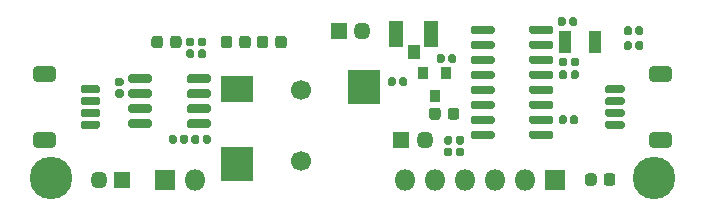
<source format=gbr>
%TF.GenerationSoftware,KiCad,Pcbnew,(5.1.6-0-10_14)*%
%TF.CreationDate,2020-10-15T10:38:44-05:00*%
%TF.ProjectId,MBRadio_4732_BO,4d425261-6469-46f5-9f34-3733325f424f,rev?*%
%TF.SameCoordinates,Original*%
%TF.FileFunction,Soldermask,Top*%
%TF.FilePolarity,Negative*%
%FSLAX46Y46*%
G04 Gerber Fmt 4.6, Leading zero omitted, Abs format (unit mm)*
G04 Created by KiCad (PCBNEW (5.1.6-0-10_14)) date 2020-10-15 10:38:44*
%MOMM*%
%LPD*%
G01*
G04 APERTURE LIST*
%ADD10C,3.600000*%
%ADD11R,0.900000X1.000000*%
%ADD12C,1.700000*%
%ADD13R,2.800000X3.000000*%
%ADD14R,2.800000X2.200000*%
%ADD15R,1.800000X1.800000*%
%ADD16O,1.800000X1.800000*%
%ADD17R,1.150000X2.300000*%
%ADD18R,1.100000X1.150000*%
%ADD19O,1.450000X1.450000*%
%ADD20R,1.450000X1.450000*%
%ADD21R,1.100000X1.900000*%
G04 APERTURE END LIST*
%TO.C,U5*%
G36*
G01*
X37500000Y-95770000D02*
X37500000Y-95420000D01*
G75*
G02*
X37675000Y-95245000I175000J0D01*
G01*
X39375000Y-95245000D01*
G75*
G02*
X39550000Y-95420000I0J-175000D01*
G01*
X39550000Y-95770000D01*
G75*
G02*
X39375000Y-95945000I-175000J0D01*
G01*
X37675000Y-95945000D01*
G75*
G02*
X37500000Y-95770000I0J175000D01*
G01*
G37*
G36*
G01*
X37500000Y-97040000D02*
X37500000Y-96690000D01*
G75*
G02*
X37675000Y-96515000I175000J0D01*
G01*
X39375000Y-96515000D01*
G75*
G02*
X39550000Y-96690000I0J-175000D01*
G01*
X39550000Y-97040000D01*
G75*
G02*
X39375000Y-97215000I-175000J0D01*
G01*
X37675000Y-97215000D01*
G75*
G02*
X37500000Y-97040000I0J175000D01*
G01*
G37*
G36*
G01*
X37500000Y-98310000D02*
X37500000Y-97960000D01*
G75*
G02*
X37675000Y-97785000I175000J0D01*
G01*
X39375000Y-97785000D01*
G75*
G02*
X39550000Y-97960000I0J-175000D01*
G01*
X39550000Y-98310000D01*
G75*
G02*
X39375000Y-98485000I-175000J0D01*
G01*
X37675000Y-98485000D01*
G75*
G02*
X37500000Y-98310000I0J175000D01*
G01*
G37*
G36*
G01*
X37500000Y-99580000D02*
X37500000Y-99230000D01*
G75*
G02*
X37675000Y-99055000I175000J0D01*
G01*
X39375000Y-99055000D01*
G75*
G02*
X39550000Y-99230000I0J-175000D01*
G01*
X39550000Y-99580000D01*
G75*
G02*
X39375000Y-99755000I-175000J0D01*
G01*
X37675000Y-99755000D01*
G75*
G02*
X37500000Y-99580000I0J175000D01*
G01*
G37*
G36*
G01*
X42450000Y-99580000D02*
X42450000Y-99230000D01*
G75*
G02*
X42625000Y-99055000I175000J0D01*
G01*
X44325000Y-99055000D01*
G75*
G02*
X44500000Y-99230000I0J-175000D01*
G01*
X44500000Y-99580000D01*
G75*
G02*
X44325000Y-99755000I-175000J0D01*
G01*
X42625000Y-99755000D01*
G75*
G02*
X42450000Y-99580000I0J175000D01*
G01*
G37*
G36*
G01*
X42450000Y-98310000D02*
X42450000Y-97960000D01*
G75*
G02*
X42625000Y-97785000I175000J0D01*
G01*
X44325000Y-97785000D01*
G75*
G02*
X44500000Y-97960000I0J-175000D01*
G01*
X44500000Y-98310000D01*
G75*
G02*
X44325000Y-98485000I-175000J0D01*
G01*
X42625000Y-98485000D01*
G75*
G02*
X42450000Y-98310000I0J175000D01*
G01*
G37*
G36*
G01*
X42450000Y-97040000D02*
X42450000Y-96690000D01*
G75*
G02*
X42625000Y-96515000I175000J0D01*
G01*
X44325000Y-96515000D01*
G75*
G02*
X44500000Y-96690000I0J-175000D01*
G01*
X44500000Y-97040000D01*
G75*
G02*
X44325000Y-97215000I-175000J0D01*
G01*
X42625000Y-97215000D01*
G75*
G02*
X42450000Y-97040000I0J175000D01*
G01*
G37*
G36*
G01*
X42450000Y-95770000D02*
X42450000Y-95420000D01*
G75*
G02*
X42625000Y-95245000I175000J0D01*
G01*
X44325000Y-95245000D01*
G75*
G02*
X44500000Y-95420000I0J-175000D01*
G01*
X44500000Y-95770000D01*
G75*
G02*
X44325000Y-95945000I-175000J0D01*
G01*
X42625000Y-95945000D01*
G75*
G02*
X42450000Y-95770000I0J175000D01*
G01*
G37*
%TD*%
D10*
%TO.C,REF\u002A\u002A*%
X82000000Y-104000000D03*
%TD*%
%TO.C,REF\u002A\u002A*%
X31000000Y-104000000D03*
%TD*%
%TO.C,C1*%
G36*
G01*
X73990000Y-95477500D02*
X73990000Y-95082500D01*
G75*
G02*
X74162500Y-94910000I172500J0D01*
G01*
X74507500Y-94910000D01*
G75*
G02*
X74680000Y-95082500I0J-172500D01*
G01*
X74680000Y-95477500D01*
G75*
G02*
X74507500Y-95650000I-172500J0D01*
G01*
X74162500Y-95650000D01*
G75*
G02*
X73990000Y-95477500I0J172500D01*
G01*
G37*
G36*
G01*
X74960000Y-95477500D02*
X74960000Y-95082500D01*
G75*
G02*
X75132500Y-94910000I172500J0D01*
G01*
X75477500Y-94910000D01*
G75*
G02*
X75650000Y-95082500I0J-172500D01*
G01*
X75650000Y-95477500D01*
G75*
G02*
X75477500Y-95650000I-172500J0D01*
G01*
X75132500Y-95650000D01*
G75*
G02*
X74960000Y-95477500I0J172500D01*
G01*
G37*
%TD*%
%TO.C,C2*%
G36*
G01*
X74970000Y-94397500D02*
X74970000Y-94002500D01*
G75*
G02*
X75142500Y-93830000I172500J0D01*
G01*
X75487500Y-93830000D01*
G75*
G02*
X75660000Y-94002500I0J-172500D01*
G01*
X75660000Y-94397500D01*
G75*
G02*
X75487500Y-94570000I-172500J0D01*
G01*
X75142500Y-94570000D01*
G75*
G02*
X74970000Y-94397500I0J172500D01*
G01*
G37*
G36*
G01*
X74000000Y-94397500D02*
X74000000Y-94002500D01*
G75*
G02*
X74172500Y-93830000I172500J0D01*
G01*
X74517500Y-93830000D01*
G75*
G02*
X74690000Y-94002500I0J-172500D01*
G01*
X74690000Y-94397500D01*
G75*
G02*
X74517500Y-94570000I-172500J0D01*
G01*
X74172500Y-94570000D01*
G75*
G02*
X74000000Y-94397500I0J172500D01*
G01*
G37*
%TD*%
%TO.C,C6*%
G36*
G01*
X63620000Y-94107500D02*
X63620000Y-93712500D01*
G75*
G02*
X63792500Y-93540000I172500J0D01*
G01*
X64137500Y-93540000D01*
G75*
G02*
X64310000Y-93712500I0J-172500D01*
G01*
X64310000Y-94107500D01*
G75*
G02*
X64137500Y-94280000I-172500J0D01*
G01*
X63792500Y-94280000D01*
G75*
G02*
X63620000Y-94107500I0J172500D01*
G01*
G37*
G36*
G01*
X64590000Y-94107500D02*
X64590000Y-93712500D01*
G75*
G02*
X64762500Y-93540000I172500J0D01*
G01*
X65107500Y-93540000D01*
G75*
G02*
X65280000Y-93712500I0J-172500D01*
G01*
X65280000Y-94107500D01*
G75*
G02*
X65107500Y-94280000I-172500J0D01*
G01*
X64762500Y-94280000D01*
G75*
G02*
X64590000Y-94107500I0J172500D01*
G01*
G37*
%TD*%
%TO.C,C7*%
G36*
G01*
X45325000Y-92781250D02*
X45325000Y-92218750D01*
G75*
G02*
X45568750Y-91975000I243750J0D01*
G01*
X46056250Y-91975000D01*
G75*
G02*
X46300000Y-92218750I0J-243750D01*
G01*
X46300000Y-92781250D01*
G75*
G02*
X46056250Y-93025000I-243750J0D01*
G01*
X45568750Y-93025000D01*
G75*
G02*
X45325000Y-92781250I0J243750D01*
G01*
G37*
G36*
G01*
X46900000Y-92781250D02*
X46900000Y-92218750D01*
G75*
G02*
X47143750Y-91975000I243750J0D01*
G01*
X47631250Y-91975000D01*
G75*
G02*
X47875000Y-92218750I0J-243750D01*
G01*
X47875000Y-92781250D01*
G75*
G02*
X47631250Y-93025000I-243750J0D01*
G01*
X47143750Y-93025000D01*
G75*
G02*
X46900000Y-92781250I0J243750D01*
G01*
G37*
%TD*%
%TO.C,C9*%
G36*
G01*
X60450000Y-96057500D02*
X60450000Y-95662500D01*
G75*
G02*
X60622500Y-95490000I172500J0D01*
G01*
X60967500Y-95490000D01*
G75*
G02*
X61140000Y-95662500I0J-172500D01*
G01*
X61140000Y-96057500D01*
G75*
G02*
X60967500Y-96230000I-172500J0D01*
G01*
X60622500Y-96230000D01*
G75*
G02*
X60450000Y-96057500I0J172500D01*
G01*
G37*
G36*
G01*
X59480000Y-96057500D02*
X59480000Y-95662500D01*
G75*
G02*
X59652500Y-95490000I172500J0D01*
G01*
X59997500Y-95490000D01*
G75*
G02*
X60170000Y-95662500I0J-172500D01*
G01*
X60170000Y-96057500D01*
G75*
G02*
X59997500Y-96230000I-172500J0D01*
G01*
X59652500Y-96230000D01*
G75*
G02*
X59480000Y-96057500I0J172500D01*
G01*
G37*
%TD*%
%TO.C,C12*%
G36*
G01*
X39475000Y-92781250D02*
X39475000Y-92218750D01*
G75*
G02*
X39718750Y-91975000I243750J0D01*
G01*
X40206250Y-91975000D01*
G75*
G02*
X40450000Y-92218750I0J-243750D01*
G01*
X40450000Y-92781250D01*
G75*
G02*
X40206250Y-93025000I-243750J0D01*
G01*
X39718750Y-93025000D01*
G75*
G02*
X39475000Y-92781250I0J243750D01*
G01*
G37*
G36*
G01*
X41050000Y-92781250D02*
X41050000Y-92218750D01*
G75*
G02*
X41293750Y-91975000I243750J0D01*
G01*
X41781250Y-91975000D01*
G75*
G02*
X42025000Y-92218750I0J-243750D01*
G01*
X42025000Y-92781250D01*
G75*
G02*
X41781250Y-93025000I-243750J0D01*
G01*
X41293750Y-93025000D01*
G75*
G02*
X41050000Y-92781250I0J243750D01*
G01*
G37*
%TD*%
%TO.C,C13*%
G36*
G01*
X36937500Y-96230000D02*
X36542500Y-96230000D01*
G75*
G02*
X36370000Y-96057500I0J172500D01*
G01*
X36370000Y-95712500D01*
G75*
G02*
X36542500Y-95540000I172500J0D01*
G01*
X36937500Y-95540000D01*
G75*
G02*
X37110000Y-95712500I0J-172500D01*
G01*
X37110000Y-96057500D01*
G75*
G02*
X36937500Y-96230000I-172500J0D01*
G01*
G37*
G36*
G01*
X36937500Y-97200000D02*
X36542500Y-97200000D01*
G75*
G02*
X36370000Y-97027500I0J172500D01*
G01*
X36370000Y-96682500D01*
G75*
G02*
X36542500Y-96510000I172500J0D01*
G01*
X36937500Y-96510000D01*
G75*
G02*
X37110000Y-96682500I0J-172500D01*
G01*
X37110000Y-97027500D01*
G75*
G02*
X36937500Y-97200000I-172500J0D01*
G01*
G37*
%TD*%
%TO.C,C14*%
G36*
G01*
X42590000Y-100532500D02*
X42590000Y-100927500D01*
G75*
G02*
X42417500Y-101100000I-172500J0D01*
G01*
X42072500Y-101100000D01*
G75*
G02*
X41900000Y-100927500I0J172500D01*
G01*
X41900000Y-100532500D01*
G75*
G02*
X42072500Y-100360000I172500J0D01*
G01*
X42417500Y-100360000D01*
G75*
G02*
X42590000Y-100532500I0J-172500D01*
G01*
G37*
G36*
G01*
X41620000Y-100532500D02*
X41620000Y-100927500D01*
G75*
G02*
X41447500Y-101100000I-172500J0D01*
G01*
X41102500Y-101100000D01*
G75*
G02*
X40930000Y-100927500I0J172500D01*
G01*
X40930000Y-100532500D01*
G75*
G02*
X41102500Y-100360000I172500J0D01*
G01*
X41447500Y-100360000D01*
G75*
G02*
X41620000Y-100532500I0J-172500D01*
G01*
G37*
%TD*%
D11*
%TO.C,D2*%
X64400000Y-95080000D03*
X62500000Y-95080000D03*
X63450000Y-97080000D03*
%TD*%
D12*
%TO.C,J3*%
X52100000Y-102600000D03*
X52100000Y-96600000D03*
D13*
X46750000Y-102800000D03*
X57450000Y-96300000D03*
D14*
X46750000Y-96450000D03*
%TD*%
%TO.C,J2*%
G36*
G01*
X79360000Y-99850000D02*
X78060000Y-99850000D01*
G75*
G02*
X77885000Y-99675000I0J175000D01*
G01*
X77885000Y-99325000D01*
G75*
G02*
X78060000Y-99150000I175000J0D01*
G01*
X79360000Y-99150000D01*
G75*
G02*
X79535000Y-99325000I0J-175000D01*
G01*
X79535000Y-99675000D01*
G75*
G02*
X79360000Y-99850000I-175000J0D01*
G01*
G37*
G36*
G01*
X79360000Y-98850000D02*
X78060000Y-98850000D01*
G75*
G02*
X77885000Y-98675000I0J175000D01*
G01*
X77885000Y-98325000D01*
G75*
G02*
X78060000Y-98150000I175000J0D01*
G01*
X79360000Y-98150000D01*
G75*
G02*
X79535000Y-98325000I0J-175000D01*
G01*
X79535000Y-98675000D01*
G75*
G02*
X79360000Y-98850000I-175000J0D01*
G01*
G37*
G36*
G01*
X79360000Y-97850000D02*
X78060000Y-97850000D01*
G75*
G02*
X77885000Y-97675000I0J175000D01*
G01*
X77885000Y-97325000D01*
G75*
G02*
X78060000Y-97150000I175000J0D01*
G01*
X79360000Y-97150000D01*
G75*
G02*
X79535000Y-97325000I0J-175000D01*
G01*
X79535000Y-97675000D01*
G75*
G02*
X79360000Y-97850000I-175000J0D01*
G01*
G37*
G36*
G01*
X79360000Y-96850000D02*
X78060000Y-96850000D01*
G75*
G02*
X77885000Y-96675000I0J175000D01*
G01*
X77885000Y-96325000D01*
G75*
G02*
X78060000Y-96150000I175000J0D01*
G01*
X79360000Y-96150000D01*
G75*
G02*
X79535000Y-96325000I0J-175000D01*
G01*
X79535000Y-96675000D01*
G75*
G02*
X79360000Y-96850000I-175000J0D01*
G01*
G37*
G36*
G01*
X83264600Y-101450000D02*
X81905400Y-101450000D01*
G75*
G02*
X81635000Y-101179600I0J270400D01*
G01*
X81635000Y-100420400D01*
G75*
G02*
X81905400Y-100150000I270400J0D01*
G01*
X83264600Y-100150000D01*
G75*
G02*
X83535000Y-100420400I0J-270400D01*
G01*
X83535000Y-101179600D01*
G75*
G02*
X83264600Y-101450000I-270400J0D01*
G01*
G37*
G36*
G01*
X83264600Y-95850000D02*
X81905400Y-95850000D01*
G75*
G02*
X81635000Y-95579600I0J270400D01*
G01*
X81635000Y-94820400D01*
G75*
G02*
X81905400Y-94550000I270400J0D01*
G01*
X83264600Y-94550000D01*
G75*
G02*
X83535000Y-94820400I0J-270400D01*
G01*
X83535000Y-95579600D01*
G75*
G02*
X83264600Y-95850000I-270400J0D01*
G01*
G37*
%TD*%
%TO.C,L1*%
G36*
G01*
X65535000Y-98288750D02*
X65535000Y-98851250D01*
G75*
G02*
X65291250Y-99095000I-243750J0D01*
G01*
X64803750Y-99095000D01*
G75*
G02*
X64560000Y-98851250I0J243750D01*
G01*
X64560000Y-98288750D01*
G75*
G02*
X64803750Y-98045000I243750J0D01*
G01*
X65291250Y-98045000D01*
G75*
G02*
X65535000Y-98288750I0J-243750D01*
G01*
G37*
G36*
G01*
X63960000Y-98288750D02*
X63960000Y-98851250D01*
G75*
G02*
X63716250Y-99095000I-243750J0D01*
G01*
X63228750Y-99095000D01*
G75*
G02*
X62985000Y-98851250I0J243750D01*
G01*
X62985000Y-98288750D01*
G75*
G02*
X63228750Y-98045000I243750J0D01*
G01*
X63716250Y-98045000D01*
G75*
G02*
X63960000Y-98288750I0J-243750D01*
G01*
G37*
%TD*%
%TO.C,R2*%
G36*
G01*
X73860000Y-90967500D02*
X73860000Y-90572500D01*
G75*
G02*
X74032500Y-90400000I172500J0D01*
G01*
X74377500Y-90400000D01*
G75*
G02*
X74550000Y-90572500I0J-172500D01*
G01*
X74550000Y-90967500D01*
G75*
G02*
X74377500Y-91140000I-172500J0D01*
G01*
X74032500Y-91140000D01*
G75*
G02*
X73860000Y-90967500I0J172500D01*
G01*
G37*
G36*
G01*
X74830000Y-90967500D02*
X74830000Y-90572500D01*
G75*
G02*
X75002500Y-90400000I172500J0D01*
G01*
X75347500Y-90400000D01*
G75*
G02*
X75520000Y-90572500I0J-172500D01*
G01*
X75520000Y-90967500D01*
G75*
G02*
X75347500Y-91140000I-172500J0D01*
G01*
X75002500Y-91140000D01*
G75*
G02*
X74830000Y-90967500I0J172500D01*
G01*
G37*
%TD*%
%TO.C,R5*%
G36*
G01*
X42420000Y-92697500D02*
X42420000Y-92302500D01*
G75*
G02*
X42592500Y-92130000I172500J0D01*
G01*
X42937500Y-92130000D01*
G75*
G02*
X43110000Y-92302500I0J-172500D01*
G01*
X43110000Y-92697500D01*
G75*
G02*
X42937500Y-92870000I-172500J0D01*
G01*
X42592500Y-92870000D01*
G75*
G02*
X42420000Y-92697500I0J172500D01*
G01*
G37*
G36*
G01*
X43390000Y-92697500D02*
X43390000Y-92302500D01*
G75*
G02*
X43562500Y-92130000I172500J0D01*
G01*
X43907500Y-92130000D01*
G75*
G02*
X44080000Y-92302500I0J-172500D01*
G01*
X44080000Y-92697500D01*
G75*
G02*
X43907500Y-92870000I-172500J0D01*
G01*
X43562500Y-92870000D01*
G75*
G02*
X43390000Y-92697500I0J172500D01*
G01*
G37*
%TD*%
%TO.C,R12*%
G36*
G01*
X43390000Y-93697500D02*
X43390000Y-93302500D01*
G75*
G02*
X43562500Y-93130000I172500J0D01*
G01*
X43907500Y-93130000D01*
G75*
G02*
X44080000Y-93302500I0J-172500D01*
G01*
X44080000Y-93697500D01*
G75*
G02*
X43907500Y-93870000I-172500J0D01*
G01*
X43562500Y-93870000D01*
G75*
G02*
X43390000Y-93697500I0J172500D01*
G01*
G37*
G36*
G01*
X42420000Y-93697500D02*
X42420000Y-93302500D01*
G75*
G02*
X42592500Y-93130000I172500J0D01*
G01*
X42937500Y-93130000D01*
G75*
G02*
X43110000Y-93302500I0J-172500D01*
G01*
X43110000Y-93697500D01*
G75*
G02*
X42937500Y-93870000I-172500J0D01*
G01*
X42592500Y-93870000D01*
G75*
G02*
X42420000Y-93697500I0J172500D01*
G01*
G37*
%TD*%
%TO.C,R13*%
G36*
G01*
X43540000Y-100532500D02*
X43540000Y-100927500D01*
G75*
G02*
X43367500Y-101100000I-172500J0D01*
G01*
X43022500Y-101100000D01*
G75*
G02*
X42850000Y-100927500I0J172500D01*
G01*
X42850000Y-100532500D01*
G75*
G02*
X43022500Y-100360000I172500J0D01*
G01*
X43367500Y-100360000D01*
G75*
G02*
X43540000Y-100532500I0J-172500D01*
G01*
G37*
G36*
G01*
X44510000Y-100532500D02*
X44510000Y-100927500D01*
G75*
G02*
X44337500Y-101100000I-172500J0D01*
G01*
X43992500Y-101100000D01*
G75*
G02*
X43820000Y-100927500I0J172500D01*
G01*
X43820000Y-100532500D01*
G75*
G02*
X43992500Y-100360000I172500J0D01*
G01*
X44337500Y-100360000D01*
G75*
G02*
X44510000Y-100532500I0J-172500D01*
G01*
G37*
%TD*%
%TO.C,U1*%
G36*
G01*
X66500000Y-91650000D02*
X66500000Y-91300000D01*
G75*
G02*
X66675000Y-91125000I175000J0D01*
G01*
X68375000Y-91125000D01*
G75*
G02*
X68550000Y-91300000I0J-175000D01*
G01*
X68550000Y-91650000D01*
G75*
G02*
X68375000Y-91825000I-175000J0D01*
G01*
X66675000Y-91825000D01*
G75*
G02*
X66500000Y-91650000I0J175000D01*
G01*
G37*
G36*
G01*
X66500000Y-92920000D02*
X66500000Y-92570000D01*
G75*
G02*
X66675000Y-92395000I175000J0D01*
G01*
X68375000Y-92395000D01*
G75*
G02*
X68550000Y-92570000I0J-175000D01*
G01*
X68550000Y-92920000D01*
G75*
G02*
X68375000Y-93095000I-175000J0D01*
G01*
X66675000Y-93095000D01*
G75*
G02*
X66500000Y-92920000I0J175000D01*
G01*
G37*
G36*
G01*
X66500000Y-94190000D02*
X66500000Y-93840000D01*
G75*
G02*
X66675000Y-93665000I175000J0D01*
G01*
X68375000Y-93665000D01*
G75*
G02*
X68550000Y-93840000I0J-175000D01*
G01*
X68550000Y-94190000D01*
G75*
G02*
X68375000Y-94365000I-175000J0D01*
G01*
X66675000Y-94365000D01*
G75*
G02*
X66500000Y-94190000I0J175000D01*
G01*
G37*
G36*
G01*
X66500000Y-95460000D02*
X66500000Y-95110000D01*
G75*
G02*
X66675000Y-94935000I175000J0D01*
G01*
X68375000Y-94935000D01*
G75*
G02*
X68550000Y-95110000I0J-175000D01*
G01*
X68550000Y-95460000D01*
G75*
G02*
X68375000Y-95635000I-175000J0D01*
G01*
X66675000Y-95635000D01*
G75*
G02*
X66500000Y-95460000I0J175000D01*
G01*
G37*
G36*
G01*
X66500000Y-96730000D02*
X66500000Y-96380000D01*
G75*
G02*
X66675000Y-96205000I175000J0D01*
G01*
X68375000Y-96205000D01*
G75*
G02*
X68550000Y-96380000I0J-175000D01*
G01*
X68550000Y-96730000D01*
G75*
G02*
X68375000Y-96905000I-175000J0D01*
G01*
X66675000Y-96905000D01*
G75*
G02*
X66500000Y-96730000I0J175000D01*
G01*
G37*
G36*
G01*
X66500000Y-98000000D02*
X66500000Y-97650000D01*
G75*
G02*
X66675000Y-97475000I175000J0D01*
G01*
X68375000Y-97475000D01*
G75*
G02*
X68550000Y-97650000I0J-175000D01*
G01*
X68550000Y-98000000D01*
G75*
G02*
X68375000Y-98175000I-175000J0D01*
G01*
X66675000Y-98175000D01*
G75*
G02*
X66500000Y-98000000I0J175000D01*
G01*
G37*
G36*
G01*
X66500000Y-99270000D02*
X66500000Y-98920000D01*
G75*
G02*
X66675000Y-98745000I175000J0D01*
G01*
X68375000Y-98745000D01*
G75*
G02*
X68550000Y-98920000I0J-175000D01*
G01*
X68550000Y-99270000D01*
G75*
G02*
X68375000Y-99445000I-175000J0D01*
G01*
X66675000Y-99445000D01*
G75*
G02*
X66500000Y-99270000I0J175000D01*
G01*
G37*
G36*
G01*
X66500000Y-100540000D02*
X66500000Y-100190000D01*
G75*
G02*
X66675000Y-100015000I175000J0D01*
G01*
X68375000Y-100015000D01*
G75*
G02*
X68550000Y-100190000I0J-175000D01*
G01*
X68550000Y-100540000D01*
G75*
G02*
X68375000Y-100715000I-175000J0D01*
G01*
X66675000Y-100715000D01*
G75*
G02*
X66500000Y-100540000I0J175000D01*
G01*
G37*
G36*
G01*
X71450000Y-100540000D02*
X71450000Y-100190000D01*
G75*
G02*
X71625000Y-100015000I175000J0D01*
G01*
X73325000Y-100015000D01*
G75*
G02*
X73500000Y-100190000I0J-175000D01*
G01*
X73500000Y-100540000D01*
G75*
G02*
X73325000Y-100715000I-175000J0D01*
G01*
X71625000Y-100715000D01*
G75*
G02*
X71450000Y-100540000I0J175000D01*
G01*
G37*
G36*
G01*
X71450000Y-99270000D02*
X71450000Y-98920000D01*
G75*
G02*
X71625000Y-98745000I175000J0D01*
G01*
X73325000Y-98745000D01*
G75*
G02*
X73500000Y-98920000I0J-175000D01*
G01*
X73500000Y-99270000D01*
G75*
G02*
X73325000Y-99445000I-175000J0D01*
G01*
X71625000Y-99445000D01*
G75*
G02*
X71450000Y-99270000I0J175000D01*
G01*
G37*
G36*
G01*
X71450000Y-98000000D02*
X71450000Y-97650000D01*
G75*
G02*
X71625000Y-97475000I175000J0D01*
G01*
X73325000Y-97475000D01*
G75*
G02*
X73500000Y-97650000I0J-175000D01*
G01*
X73500000Y-98000000D01*
G75*
G02*
X73325000Y-98175000I-175000J0D01*
G01*
X71625000Y-98175000D01*
G75*
G02*
X71450000Y-98000000I0J175000D01*
G01*
G37*
G36*
G01*
X71450000Y-96730000D02*
X71450000Y-96380000D01*
G75*
G02*
X71625000Y-96205000I175000J0D01*
G01*
X73325000Y-96205000D01*
G75*
G02*
X73500000Y-96380000I0J-175000D01*
G01*
X73500000Y-96730000D01*
G75*
G02*
X73325000Y-96905000I-175000J0D01*
G01*
X71625000Y-96905000D01*
G75*
G02*
X71450000Y-96730000I0J175000D01*
G01*
G37*
G36*
G01*
X71450000Y-95460000D02*
X71450000Y-95110000D01*
G75*
G02*
X71625000Y-94935000I175000J0D01*
G01*
X73325000Y-94935000D01*
G75*
G02*
X73500000Y-95110000I0J-175000D01*
G01*
X73500000Y-95460000D01*
G75*
G02*
X73325000Y-95635000I-175000J0D01*
G01*
X71625000Y-95635000D01*
G75*
G02*
X71450000Y-95460000I0J175000D01*
G01*
G37*
G36*
G01*
X71450000Y-94190000D02*
X71450000Y-93840000D01*
G75*
G02*
X71625000Y-93665000I175000J0D01*
G01*
X73325000Y-93665000D01*
G75*
G02*
X73500000Y-93840000I0J-175000D01*
G01*
X73500000Y-94190000D01*
G75*
G02*
X73325000Y-94365000I-175000J0D01*
G01*
X71625000Y-94365000D01*
G75*
G02*
X71450000Y-94190000I0J175000D01*
G01*
G37*
G36*
G01*
X71450000Y-92920000D02*
X71450000Y-92570000D01*
G75*
G02*
X71625000Y-92395000I175000J0D01*
G01*
X73325000Y-92395000D01*
G75*
G02*
X73500000Y-92570000I0J-175000D01*
G01*
X73500000Y-92920000D01*
G75*
G02*
X73325000Y-93095000I-175000J0D01*
G01*
X71625000Y-93095000D01*
G75*
G02*
X71450000Y-92920000I0J175000D01*
G01*
G37*
G36*
G01*
X71450000Y-91650000D02*
X71450000Y-91300000D01*
G75*
G02*
X71625000Y-91125000I175000J0D01*
G01*
X73325000Y-91125000D01*
G75*
G02*
X73500000Y-91300000I0J-175000D01*
G01*
X73500000Y-91650000D01*
G75*
G02*
X73325000Y-91825000I-175000J0D01*
G01*
X71625000Y-91825000D01*
G75*
G02*
X71450000Y-91650000I0J175000D01*
G01*
G37*
%TD*%
%TO.C,J1*%
G36*
G01*
X33650000Y-96150000D02*
X34950000Y-96150000D01*
G75*
G02*
X35125000Y-96325000I0J-175000D01*
G01*
X35125000Y-96675000D01*
G75*
G02*
X34950000Y-96850000I-175000J0D01*
G01*
X33650000Y-96850000D01*
G75*
G02*
X33475000Y-96675000I0J175000D01*
G01*
X33475000Y-96325000D01*
G75*
G02*
X33650000Y-96150000I175000J0D01*
G01*
G37*
G36*
G01*
X33650000Y-97150000D02*
X34950000Y-97150000D01*
G75*
G02*
X35125000Y-97325000I0J-175000D01*
G01*
X35125000Y-97675000D01*
G75*
G02*
X34950000Y-97850000I-175000J0D01*
G01*
X33650000Y-97850000D01*
G75*
G02*
X33475000Y-97675000I0J175000D01*
G01*
X33475000Y-97325000D01*
G75*
G02*
X33650000Y-97150000I175000J0D01*
G01*
G37*
G36*
G01*
X33650000Y-98150000D02*
X34950000Y-98150000D01*
G75*
G02*
X35125000Y-98325000I0J-175000D01*
G01*
X35125000Y-98675000D01*
G75*
G02*
X34950000Y-98850000I-175000J0D01*
G01*
X33650000Y-98850000D01*
G75*
G02*
X33475000Y-98675000I0J175000D01*
G01*
X33475000Y-98325000D01*
G75*
G02*
X33650000Y-98150000I175000J0D01*
G01*
G37*
G36*
G01*
X33650000Y-99150000D02*
X34950000Y-99150000D01*
G75*
G02*
X35125000Y-99325000I0J-175000D01*
G01*
X35125000Y-99675000D01*
G75*
G02*
X34950000Y-99850000I-175000J0D01*
G01*
X33650000Y-99850000D01*
G75*
G02*
X33475000Y-99675000I0J175000D01*
G01*
X33475000Y-99325000D01*
G75*
G02*
X33650000Y-99150000I175000J0D01*
G01*
G37*
G36*
G01*
X29745400Y-94550000D02*
X31104600Y-94550000D01*
G75*
G02*
X31375000Y-94820400I0J-270400D01*
G01*
X31375000Y-95579600D01*
G75*
G02*
X31104600Y-95850000I-270400J0D01*
G01*
X29745400Y-95850000D01*
G75*
G02*
X29475000Y-95579600I0J270400D01*
G01*
X29475000Y-94820400D01*
G75*
G02*
X29745400Y-94550000I270400J0D01*
G01*
G37*
G36*
G01*
X29745400Y-100150000D02*
X31104600Y-100150000D01*
G75*
G02*
X31375000Y-100420400I0J-270400D01*
G01*
X31375000Y-101179600D01*
G75*
G02*
X31104600Y-101450000I-270400J0D01*
G01*
X29745400Y-101450000D01*
G75*
G02*
X29475000Y-101179600I0J270400D01*
G01*
X29475000Y-100420400D01*
G75*
G02*
X29745400Y-100150000I270400J0D01*
G01*
G37*
%TD*%
D15*
%TO.C,J6*%
X40640000Y-104140000D03*
D16*
X43180000Y-104140000D03*
%TD*%
%TO.C,C8*%
G36*
G01*
X48375000Y-92781250D02*
X48375000Y-92218750D01*
G75*
G02*
X48618750Y-91975000I243750J0D01*
G01*
X49106250Y-91975000D01*
G75*
G02*
X49350000Y-92218750I0J-243750D01*
G01*
X49350000Y-92781250D01*
G75*
G02*
X49106250Y-93025000I-243750J0D01*
G01*
X48618750Y-93025000D01*
G75*
G02*
X48375000Y-92781250I0J243750D01*
G01*
G37*
G36*
G01*
X49950000Y-92781250D02*
X49950000Y-92218750D01*
G75*
G02*
X50193750Y-91975000I243750J0D01*
G01*
X50681250Y-91975000D01*
G75*
G02*
X50925000Y-92218750I0J-243750D01*
G01*
X50925000Y-92781250D01*
G75*
G02*
X50681250Y-93025000I-243750J0D01*
G01*
X50193750Y-93025000D01*
G75*
G02*
X49950000Y-92781250I0J243750D01*
G01*
G37*
%TD*%
D17*
%TO.C,J5*%
X63155000Y-91825000D03*
D18*
X61680000Y-93350000D03*
D17*
X60205000Y-91825000D03*
%TD*%
D19*
%TO.C,J4*%
X57330000Y-91570000D03*
D20*
X55330000Y-91570000D03*
%TD*%
%TO.C,JP1*%
X37000000Y-104140000D03*
D19*
X35000000Y-104140000D03*
%TD*%
%TO.C,R3*%
G36*
G01*
X75610000Y-98892500D02*
X75610000Y-99287500D01*
G75*
G02*
X75437500Y-99460000I-172500J0D01*
G01*
X75092500Y-99460000D01*
G75*
G02*
X74920000Y-99287500I0J172500D01*
G01*
X74920000Y-98892500D01*
G75*
G02*
X75092500Y-98720000I172500J0D01*
G01*
X75437500Y-98720000D01*
G75*
G02*
X75610000Y-98892500I0J-172500D01*
G01*
G37*
G36*
G01*
X74640000Y-98892500D02*
X74640000Y-99287500D01*
G75*
G02*
X74467500Y-99460000I-172500J0D01*
G01*
X74122500Y-99460000D01*
G75*
G02*
X73950000Y-99287500I0J172500D01*
G01*
X73950000Y-98892500D01*
G75*
G02*
X74122500Y-98720000I172500J0D01*
G01*
X74467500Y-98720000D01*
G75*
G02*
X74640000Y-98892500I0J-172500D01*
G01*
G37*
%TD*%
D15*
%TO.C,J7*%
X73660000Y-104140000D03*
D16*
X71120000Y-104140000D03*
X68580000Y-104140000D03*
X66040000Y-104140000D03*
X63500000Y-104140000D03*
X60960000Y-104140000D03*
%TD*%
%TO.C,C3*%
G36*
G01*
X78745000Y-103858750D02*
X78745000Y-104421250D01*
G75*
G02*
X78501250Y-104665000I-243750J0D01*
G01*
X78013750Y-104665000D01*
G75*
G02*
X77770000Y-104421250I0J243750D01*
G01*
X77770000Y-103858750D01*
G75*
G02*
X78013750Y-103615000I243750J0D01*
G01*
X78501250Y-103615000D01*
G75*
G02*
X78745000Y-103858750I0J-243750D01*
G01*
G37*
G36*
G01*
X77170000Y-103858750D02*
X77170000Y-104421250D01*
G75*
G02*
X76926250Y-104665000I-243750J0D01*
G01*
X76438750Y-104665000D01*
G75*
G02*
X76195000Y-104421250I0J243750D01*
G01*
X76195000Y-103858750D01*
G75*
G02*
X76438750Y-103615000I243750J0D01*
G01*
X76926250Y-103615000D01*
G75*
G02*
X77170000Y-103858750I0J-243750D01*
G01*
G37*
%TD*%
D21*
%TO.C,Y1*%
X77010000Y-92480000D03*
X74510000Y-92480000D03*
%TD*%
D20*
%TO.C,JP2*%
X60610000Y-100830000D03*
D19*
X62610000Y-100830000D03*
%TD*%
%TO.C,R1*%
G36*
G01*
X65930000Y-101612500D02*
X65930000Y-102007500D01*
G75*
G02*
X65757500Y-102180000I-172500J0D01*
G01*
X65412500Y-102180000D01*
G75*
G02*
X65240000Y-102007500I0J172500D01*
G01*
X65240000Y-101612500D01*
G75*
G02*
X65412500Y-101440000I172500J0D01*
G01*
X65757500Y-101440000D01*
G75*
G02*
X65930000Y-101612500I0J-172500D01*
G01*
G37*
G36*
G01*
X64960000Y-101612500D02*
X64960000Y-102007500D01*
G75*
G02*
X64787500Y-102180000I-172500J0D01*
G01*
X64442500Y-102180000D01*
G75*
G02*
X64270000Y-102007500I0J172500D01*
G01*
X64270000Y-101612500D01*
G75*
G02*
X64442500Y-101440000I172500J0D01*
G01*
X64787500Y-101440000D01*
G75*
G02*
X64960000Y-101612500I0J-172500D01*
G01*
G37*
%TD*%
%TO.C,R4*%
G36*
G01*
X64960000Y-100612500D02*
X64960000Y-101007500D01*
G75*
G02*
X64787500Y-101180000I-172500J0D01*
G01*
X64442500Y-101180000D01*
G75*
G02*
X64270000Y-101007500I0J172500D01*
G01*
X64270000Y-100612500D01*
G75*
G02*
X64442500Y-100440000I172500J0D01*
G01*
X64787500Y-100440000D01*
G75*
G02*
X64960000Y-100612500I0J-172500D01*
G01*
G37*
G36*
G01*
X65930000Y-100612500D02*
X65930000Y-101007500D01*
G75*
G02*
X65757500Y-101180000I-172500J0D01*
G01*
X65412500Y-101180000D01*
G75*
G02*
X65240000Y-101007500I0J172500D01*
G01*
X65240000Y-100612500D01*
G75*
G02*
X65412500Y-100440000I172500J0D01*
G01*
X65757500Y-100440000D01*
G75*
G02*
X65930000Y-100612500I0J-172500D01*
G01*
G37*
%TD*%
%TO.C,D1*%
G36*
G01*
X81130000Y-91352500D02*
X81130000Y-91747500D01*
G75*
G02*
X80957500Y-91920000I-172500J0D01*
G01*
X80612500Y-91920000D01*
G75*
G02*
X80440000Y-91747500I0J172500D01*
G01*
X80440000Y-91352500D01*
G75*
G02*
X80612500Y-91180000I172500J0D01*
G01*
X80957500Y-91180000D01*
G75*
G02*
X81130000Y-91352500I0J-172500D01*
G01*
G37*
G36*
G01*
X80160000Y-91352500D02*
X80160000Y-91747500D01*
G75*
G02*
X79987500Y-91920000I-172500J0D01*
G01*
X79642500Y-91920000D01*
G75*
G02*
X79470000Y-91747500I0J172500D01*
G01*
X79470000Y-91352500D01*
G75*
G02*
X79642500Y-91180000I172500J0D01*
G01*
X79987500Y-91180000D01*
G75*
G02*
X80160000Y-91352500I0J-172500D01*
G01*
G37*
%TD*%
%TO.C,R6*%
G36*
G01*
X81130000Y-92602500D02*
X81130000Y-92997500D01*
G75*
G02*
X80957500Y-93170000I-172500J0D01*
G01*
X80612500Y-93170000D01*
G75*
G02*
X80440000Y-92997500I0J172500D01*
G01*
X80440000Y-92602500D01*
G75*
G02*
X80612500Y-92430000I172500J0D01*
G01*
X80957500Y-92430000D01*
G75*
G02*
X81130000Y-92602500I0J-172500D01*
G01*
G37*
G36*
G01*
X80160000Y-92602500D02*
X80160000Y-92997500D01*
G75*
G02*
X79987500Y-93170000I-172500J0D01*
G01*
X79642500Y-93170000D01*
G75*
G02*
X79470000Y-92997500I0J172500D01*
G01*
X79470000Y-92602500D01*
G75*
G02*
X79642500Y-92430000I172500J0D01*
G01*
X79987500Y-92430000D01*
G75*
G02*
X80160000Y-92602500I0J-172500D01*
G01*
G37*
%TD*%
M02*

</source>
